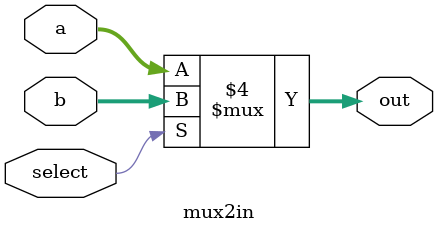
<source format=sv>
module mux2in #(parameter width = 32)(
    input select,
    input [width - 1:0] a,b,
    output logic [width - 1:0] out
);

always_comb 
begin
if (select == 0) 
    out = a;
else
    out = b;
end
endmodule : mux2in
</source>
